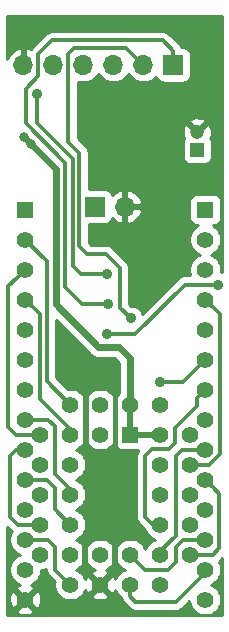
<source format=gbl>
G04 #@! TF.GenerationSoftware,KiCad,Pcbnew,(5.1.0)-1*
G04 #@! TF.CreationDate,2021-03-18T21:23:53+01:00*
G04 #@! TF.ProjectId,Atari TTP and OS,41746172-6920-4545-9450-20616e64204f,rev?*
G04 #@! TF.SameCoordinates,Original*
G04 #@! TF.FileFunction,Copper,L2,Bot*
G04 #@! TF.FilePolarity,Positive*
%FSLAX46Y46*%
G04 Gerber Fmt 4.6, Leading zero omitted, Abs format (unit mm)*
G04 Created by KiCad (PCBNEW (5.1.0)-1) date 2021-03-18 21:23:53*
%MOMM*%
%LPD*%
G04 APERTURE LIST*
%ADD10O,1.700000X1.700000*%
%ADD11R,1.700000X1.700000*%
%ADD12C,1.200000*%
%ADD13R,1.200000X1.200000*%
%ADD14C,1.422400*%
%ADD15R,1.422400X1.422400*%
%ADD16C,0.800000*%
%ADD17C,0.900000*%
%ADD18C,0.609600*%
%ADD19C,0.508000*%
%ADD20C,0.304800*%
%ADD21C,0.406400*%
%ADD22C,0.254000*%
G04 APERTURE END LIST*
D10*
X133070600Y-69621400D03*
D11*
X130530600Y-69621400D03*
D12*
X139192000Y-63320800D03*
D13*
X139192000Y-64820800D03*
D10*
X124485400Y-57632600D03*
X127025400Y-57632600D03*
X129565400Y-57632600D03*
X132105400Y-57632600D03*
X134645400Y-57632600D03*
D11*
X137185400Y-57632600D03*
D14*
X139877800Y-102895400D03*
X139877800Y-100355400D03*
X139877800Y-97815400D03*
X139877800Y-95275400D03*
X139877800Y-92735400D03*
X139877800Y-90195400D03*
X139877800Y-87655400D03*
X139877800Y-85115400D03*
X139877800Y-82575400D03*
X139877800Y-80035400D03*
X139877800Y-77495400D03*
X139877800Y-74955400D03*
X139877800Y-72415400D03*
D15*
X139877800Y-69875400D03*
D14*
X124637800Y-102895400D03*
X124637800Y-100355400D03*
X124637800Y-97815400D03*
X124637800Y-95275400D03*
X124637800Y-92735400D03*
X124637800Y-90195400D03*
X124637800Y-87655400D03*
X124637800Y-85115400D03*
X124637800Y-82575400D03*
X124637800Y-80035400D03*
X124637800Y-77495400D03*
X124637800Y-74955400D03*
X124637800Y-72415400D03*
D15*
X124637800Y-69875400D03*
D14*
X136067800Y-91465400D03*
X136067800Y-94005400D03*
X136067800Y-96545400D03*
X136067800Y-99085400D03*
X138607800Y-91465400D03*
X138607800Y-94005400D03*
X138607800Y-96545400D03*
X138607800Y-99085400D03*
X133527800Y-99085400D03*
X130987800Y-99085400D03*
X136067800Y-101625400D03*
X133527800Y-101625400D03*
X130987800Y-101625400D03*
X128447800Y-101625400D03*
X128447800Y-99085400D03*
X128447800Y-96545400D03*
X128447800Y-94005400D03*
X128447800Y-91465400D03*
X125907800Y-99085400D03*
X125907800Y-96545400D03*
X125907800Y-94005400D03*
X125907800Y-91465400D03*
X125907800Y-88925400D03*
X136067800Y-86385400D03*
X133527800Y-86385400D03*
X128447800Y-86385400D03*
X130987800Y-86385400D03*
X138607800Y-88925400D03*
X136067800Y-88925400D03*
X128447800Y-88925400D03*
X130987800Y-88925400D03*
D15*
X133527800Y-88925400D03*
D16*
X124510800Y-63703200D03*
X125158500Y-64350900D03*
D17*
X131064000Y-93726000D03*
X131064000Y-96520000D03*
X133350000Y-96520000D03*
X123952000Y-54102000D03*
X128016000Y-54102000D03*
X132080000Y-54102000D03*
X136144000Y-54102000D03*
X140462000Y-54102000D03*
X140462000Y-57404000D03*
X133350000Y-60452000D03*
X138176000Y-67310000D03*
X136144000Y-69342000D03*
X133070600Y-72161400D03*
X129184400Y-83362800D03*
X130835400Y-83388200D03*
X127812800Y-81661000D03*
X136017002Y-84455000D03*
X125628400Y-60096400D03*
X131546600Y-75311000D03*
X133553200Y-79095600D03*
X131622800Y-77851000D03*
X140995400Y-76225400D03*
X131546600Y-80391000D03*
D18*
X124910799Y-64103199D02*
X124510800Y-63703200D01*
X125158500Y-64350900D02*
X124910799Y-64103199D01*
D19*
X133527800Y-88925400D02*
X136067800Y-88925400D01*
X133527800Y-86385400D02*
X133527800Y-88925400D01*
D18*
X127228600Y-66421000D02*
X125158500Y-64350900D01*
X127228600Y-77901800D02*
X127228600Y-66421000D01*
X130810000Y-81483200D02*
X127228600Y-77901800D01*
X132537200Y-81483200D02*
X130810000Y-81483200D01*
X133527800Y-86385400D02*
X133527800Y-82473800D01*
X133527800Y-82473800D02*
X132537200Y-81483200D01*
D20*
X131064000Y-93726000D02*
X131064000Y-96520000D01*
X132232400Y-96520000D02*
X133350000Y-96520000D01*
X131064000Y-96520000D02*
X132232400Y-96520000D01*
D19*
X132257800Y-100355400D02*
X130987800Y-101625400D01*
X132232400Y-96520000D02*
X132257800Y-96545400D01*
X132257800Y-96545400D02*
X132257800Y-100355400D01*
X129634399Y-83812799D02*
X129184400Y-83362800D01*
X129743200Y-83921600D02*
X129634399Y-83812799D01*
X129743200Y-89966800D02*
X129743200Y-83921600D01*
X131064000Y-93726000D02*
X131064000Y-91287600D01*
X131064000Y-91287600D02*
X129743200Y-89966800D01*
D21*
X131285399Y-83838199D02*
X130835400Y-83388200D01*
X132232400Y-84785200D02*
X131285399Y-83838199D01*
X131064000Y-93726000D02*
X132232400Y-92557600D01*
X132232400Y-92557600D02*
X132232400Y-84785200D01*
D19*
X130614001Y-96969999D02*
X131064000Y-96520000D01*
X129717800Y-97866200D02*
X130614001Y-96969999D01*
X130987800Y-101625400D02*
X129717800Y-100355400D01*
X129717800Y-100355400D02*
X129717800Y-97866200D01*
D20*
X125643588Y-97815400D02*
X124637800Y-97815400D01*
X126568200Y-97815400D02*
X125643588Y-97815400D01*
X127177800Y-98425000D02*
X126568200Y-97815400D01*
X128447800Y-101625400D02*
X127177800Y-100355400D01*
X127177800Y-100355400D02*
X127177800Y-98425000D01*
X140588999Y-78206599D02*
X139877800Y-77495400D01*
X141097000Y-78714600D02*
X140588999Y-78206599D01*
X141097000Y-90550330D02*
X141097000Y-78714600D01*
X138607800Y-91465400D02*
X140181930Y-91465400D01*
X140181930Y-91465400D02*
X141097000Y-90550330D01*
X126463890Y-92735400D02*
X125643588Y-92735400D01*
X125643588Y-92735400D02*
X124637800Y-92735400D01*
X127152400Y-93423910D02*
X126463890Y-92735400D01*
X127152400Y-95250000D02*
X127152400Y-93423910D01*
X128447800Y-96545400D02*
X127152400Y-95250000D01*
X139877800Y-82575400D02*
X137998200Y-84455000D01*
X137998200Y-84455000D02*
X136653398Y-84455000D01*
X136653398Y-84455000D02*
X136017002Y-84455000D01*
X124587000Y-90246200D02*
X124637800Y-90195400D01*
X123875800Y-90246200D02*
X124587000Y-90246200D01*
X123342400Y-90779600D02*
X123875800Y-90246200D01*
X123342400Y-95885000D02*
X123342400Y-90779600D01*
X125907800Y-96545400D02*
X124002800Y-96545400D01*
X124002800Y-96545400D02*
X123342400Y-95885000D01*
X139166601Y-85826599D02*
X139877800Y-85115400D01*
X137337800Y-88369308D02*
X139166601Y-86540507D01*
X137337800Y-89642328D02*
X137337800Y-88369308D01*
X135458200Y-96545400D02*
X134797800Y-95885000D01*
X134797800Y-95885000D02*
X134797800Y-90779600D01*
X134797800Y-90779600D02*
X135407400Y-90170000D01*
X135407400Y-90170000D02*
X136810128Y-90170000D01*
X136810128Y-90170000D02*
X137337800Y-89642328D01*
X139166601Y-86540507D02*
X139166601Y-85826599D01*
X136067800Y-96545400D02*
X135458200Y-96545400D01*
X125643588Y-87655400D02*
X124637800Y-87655400D01*
X126593600Y-87655400D02*
X125643588Y-87655400D01*
X127177800Y-88239600D02*
X126593600Y-87655400D01*
X127177800Y-92303600D02*
X127177800Y-88239600D01*
X128447800Y-94005400D02*
X128447800Y-93573600D01*
X128447800Y-93573600D02*
X127177800Y-92303600D01*
X138872012Y-90195400D02*
X139877800Y-90195400D01*
X137896600Y-90195400D02*
X138872012Y-90195400D01*
X137363200Y-90728800D02*
X137896600Y-90195400D01*
X137363200Y-97510600D02*
X137363200Y-90728800D01*
X136067800Y-99085400D02*
X136067800Y-98806000D01*
X136067800Y-98806000D02*
X137363200Y-97510600D01*
X140588999Y-93446599D02*
X139877800Y-92735400D01*
X141071600Y-93929200D02*
X140588999Y-93446599D01*
X141071600Y-98552000D02*
X141071600Y-93929200D01*
X138607800Y-99085400D02*
X140538200Y-99085400D01*
X140538200Y-99085400D02*
X141071600Y-98552000D01*
X125348999Y-78206599D02*
X124637800Y-77495400D01*
X125857000Y-78714600D02*
X125348999Y-78206599D01*
X125857000Y-85877400D02*
X125857000Y-78714600D01*
X128447800Y-88925400D02*
X128447800Y-88468200D01*
X128447800Y-88468200D02*
X125857000Y-85877400D01*
X138023600Y-97815400D02*
X139877800Y-97815400D01*
X137363200Y-98475800D02*
X138023600Y-97815400D01*
X137363200Y-99720400D02*
X137363200Y-98475800D01*
X136728200Y-100355400D02*
X137363200Y-99720400D01*
X133527800Y-99085400D02*
X134797800Y-100355400D01*
X134797800Y-100355400D02*
X136728200Y-100355400D01*
X123926601Y-75666599D02*
X124637800Y-74955400D01*
X123215400Y-76377800D02*
X123926601Y-75666599D01*
X123215400Y-88315800D02*
X123215400Y-76377800D01*
X125907800Y-88925400D02*
X123825000Y-88925400D01*
X123825000Y-88925400D02*
X123215400Y-88315800D01*
X139877800Y-100609400D02*
X139877800Y-100355400D01*
X137414000Y-103073200D02*
X139877800Y-100609400D01*
X133969812Y-103073200D02*
X137414000Y-103073200D01*
X133527800Y-101625400D02*
X133527800Y-102631188D01*
X133527800Y-102631188D02*
X133969812Y-103073200D01*
X126441200Y-74218800D02*
X124637800Y-72415400D01*
X128447800Y-86385400D02*
X126441200Y-84378800D01*
X126441200Y-84378800D02*
X126441200Y-74218800D01*
X129336800Y-75311000D02*
X131546600Y-75311000D01*
X129336800Y-75311000D02*
X128651000Y-74625200D01*
X128651000Y-74625200D02*
X128651000Y-65608200D01*
X125628400Y-62585600D02*
X125628400Y-60096400D01*
X128651000Y-65608200D02*
X125628400Y-62585600D01*
X134823200Y-57810400D02*
X134645400Y-57632600D01*
X133197600Y-56184800D02*
X133795401Y-56782601D01*
X128295400Y-64135000D02*
X128295400Y-56692800D01*
X128295400Y-56692800D02*
X128803400Y-56184800D01*
X133553200Y-79095600D02*
X132638800Y-78181200D01*
X132638800Y-78181200D02*
X132638800Y-74828400D01*
X132638800Y-74828400D02*
X131445000Y-73634600D01*
X133795401Y-56782601D02*
X134645400Y-57632600D01*
X129209800Y-65049400D02*
X128295400Y-64135000D01*
X131445000Y-73634600D02*
X129895600Y-73634600D01*
X128803400Y-56184800D02*
X133197600Y-56184800D01*
X129895600Y-73634600D02*
X129209800Y-72948800D01*
X129209800Y-72948800D02*
X129209800Y-65049400D01*
X128041400Y-76428600D02*
X129463800Y-77851000D01*
X124663200Y-62560200D02*
X128041400Y-65938400D01*
X124663200Y-59664600D02*
X124663200Y-62560200D01*
X137185400Y-56477800D02*
X136257400Y-55549800D01*
X129463800Y-77851000D02*
X131622800Y-77851000D01*
X137185400Y-57632600D02*
X137185400Y-56477800D01*
X136257400Y-55549800D02*
X126923800Y-55549800D01*
X126923800Y-55549800D02*
X125755400Y-56718200D01*
X125755400Y-56718200D02*
X125755400Y-58572400D01*
X125755400Y-58572400D02*
X124663200Y-59664600D01*
X128041400Y-65938400D02*
X128041400Y-76428600D01*
X133959600Y-80391000D02*
X131546600Y-80391000D01*
X140995400Y-76225400D02*
X138125200Y-76225400D01*
X138125200Y-76225400D02*
X133959600Y-80391000D01*
D22*
G36*
X123418681Y-97074833D02*
G01*
X123443331Y-97104869D01*
X123473367Y-97129519D01*
X123473370Y-97129522D01*
X123475732Y-97131461D01*
X123444813Y-97177735D01*
X123343333Y-97422728D01*
X123291600Y-97682811D01*
X123291600Y-97947989D01*
X123343333Y-98208072D01*
X123444813Y-98453065D01*
X123592138Y-98673553D01*
X123779647Y-98861062D01*
X124000135Y-99008387D01*
X124186060Y-99085400D01*
X124000135Y-99162413D01*
X123779647Y-99309738D01*
X123592138Y-99497247D01*
X123444813Y-99717735D01*
X123343333Y-99962728D01*
X123291600Y-100222811D01*
X123291600Y-100487989D01*
X123343333Y-100748072D01*
X123444813Y-100993065D01*
X123592138Y-101213553D01*
X123779647Y-101401062D01*
X124000135Y-101548387D01*
X124188400Y-101626369D01*
X124052520Y-101675858D01*
X123948952Y-101731217D01*
X123888132Y-101966127D01*
X124637800Y-102715795D01*
X125387468Y-101966127D01*
X125326648Y-101731217D01*
X125094866Y-101623194D01*
X125275465Y-101548387D01*
X125495953Y-101401062D01*
X125683462Y-101213553D01*
X125830787Y-100993065D01*
X125932267Y-100748072D01*
X125984000Y-100487989D01*
X125984000Y-100431600D01*
X126040389Y-100431600D01*
X126300472Y-100379867D01*
X126387743Y-100343718D01*
X126386592Y-100355400D01*
X126390400Y-100394063D01*
X126390400Y-100394072D01*
X126401794Y-100509756D01*
X126446818Y-100658182D01*
X126519934Y-100794971D01*
X126618331Y-100914869D01*
X126648377Y-100939527D01*
X127118201Y-101409352D01*
X127101600Y-101492811D01*
X127101600Y-101757989D01*
X127153333Y-102018072D01*
X127254813Y-102263065D01*
X127402138Y-102483553D01*
X127589647Y-102671062D01*
X127810135Y-102818387D01*
X128055128Y-102919867D01*
X128315211Y-102971600D01*
X128580389Y-102971600D01*
X128840472Y-102919867D01*
X129085465Y-102818387D01*
X129305953Y-102671062D01*
X129422342Y-102554673D01*
X130238132Y-102554673D01*
X130298952Y-102789583D01*
X130539309Y-102901602D01*
X130796902Y-102964576D01*
X131061830Y-102976087D01*
X131323913Y-102935691D01*
X131573080Y-102844942D01*
X131676648Y-102789583D01*
X131737468Y-102554673D01*
X130987800Y-101805005D01*
X130238132Y-102554673D01*
X129422342Y-102554673D01*
X129493462Y-102483553D01*
X129640787Y-102263065D01*
X129718769Y-102074800D01*
X129768258Y-102210680D01*
X129823617Y-102314248D01*
X130058527Y-102375068D01*
X130808195Y-101625400D01*
X130058527Y-100875732D01*
X129823617Y-100936552D01*
X129715594Y-101168334D01*
X129640787Y-100987735D01*
X129493462Y-100767247D01*
X129305953Y-100579738D01*
X129085465Y-100432413D01*
X128899540Y-100355400D01*
X129085465Y-100278387D01*
X129305953Y-100131062D01*
X129493462Y-99943553D01*
X129640787Y-99723065D01*
X129717800Y-99537140D01*
X129794813Y-99723065D01*
X129942138Y-99943553D01*
X130129647Y-100131062D01*
X130350135Y-100278387D01*
X130538400Y-100356369D01*
X130402520Y-100405858D01*
X130298952Y-100461217D01*
X130238132Y-100696127D01*
X130987800Y-101445795D01*
X131737468Y-100696127D01*
X131676648Y-100461217D01*
X131444866Y-100353194D01*
X131625465Y-100278387D01*
X131845953Y-100131062D01*
X132033462Y-99943553D01*
X132180787Y-99723065D01*
X132257800Y-99537140D01*
X132334813Y-99723065D01*
X132482138Y-99943553D01*
X132669647Y-100131062D01*
X132890135Y-100278387D01*
X133076060Y-100355400D01*
X132890135Y-100432413D01*
X132669647Y-100579738D01*
X132482138Y-100767247D01*
X132334813Y-100987735D01*
X132256831Y-101176000D01*
X132207342Y-101040120D01*
X132151983Y-100936552D01*
X131917073Y-100875732D01*
X131167405Y-101625400D01*
X131917073Y-102375068D01*
X132151983Y-102314248D01*
X132260006Y-102082466D01*
X132334813Y-102263065D01*
X132482138Y-102483553D01*
X132669647Y-102671062D01*
X132745512Y-102721753D01*
X132751795Y-102785545D01*
X132796818Y-102933970D01*
X132847073Y-103027989D01*
X132869935Y-103070760D01*
X132968332Y-103190657D01*
X132998373Y-103215311D01*
X133385688Y-103602627D01*
X133410343Y-103632669D01*
X133530240Y-103731066D01*
X133667029Y-103804182D01*
X133815455Y-103849206D01*
X133931139Y-103860600D01*
X133931148Y-103860600D01*
X133969811Y-103864408D01*
X134008474Y-103860600D01*
X137375337Y-103860600D01*
X137414000Y-103864408D01*
X137452663Y-103860600D01*
X137452673Y-103860600D01*
X137568357Y-103849206D01*
X137716783Y-103804182D01*
X137853572Y-103731066D01*
X137973469Y-103632669D01*
X137998128Y-103602622D01*
X138538429Y-103062321D01*
X138583333Y-103288072D01*
X138684813Y-103533065D01*
X138832138Y-103753553D01*
X139019647Y-103941062D01*
X139240135Y-104088387D01*
X139485128Y-104189867D01*
X139745211Y-104241600D01*
X140010389Y-104241600D01*
X140270472Y-104189867D01*
X140515465Y-104088387D01*
X140735953Y-103941062D01*
X140923462Y-103753553D01*
X141070787Y-103533065D01*
X141172267Y-103288072D01*
X141224000Y-103027989D01*
X141224000Y-102762811D01*
X141172267Y-102502728D01*
X141070787Y-102257735D01*
X140923462Y-102037247D01*
X140735953Y-101849738D01*
X140515465Y-101702413D01*
X140329540Y-101625400D01*
X140515465Y-101548387D01*
X140735953Y-101401062D01*
X140923462Y-101213553D01*
X141070787Y-100993065D01*
X141172267Y-100748072D01*
X141224000Y-100487989D01*
X141224000Y-100222811D01*
X141172267Y-99962728D01*
X141070787Y-99717735D01*
X141048863Y-99684923D01*
X141097669Y-99644869D01*
X141122327Y-99614823D01*
X141326001Y-99411150D01*
X141326001Y-104242000D01*
X124738346Y-104242000D01*
X124973913Y-104205691D01*
X125223080Y-104114942D01*
X125326648Y-104059583D01*
X125387468Y-103824673D01*
X124637800Y-103075005D01*
X123888132Y-103824673D01*
X123948952Y-104059583D01*
X124189309Y-104171602D01*
X124446902Y-104234576D01*
X124617767Y-104242000D01*
X123088000Y-104242000D01*
X123088000Y-102969430D01*
X123287113Y-102969430D01*
X123327509Y-103231513D01*
X123418258Y-103480680D01*
X123473617Y-103584248D01*
X123708527Y-103645068D01*
X124458195Y-102895400D01*
X124817405Y-102895400D01*
X125567073Y-103645068D01*
X125801983Y-103584248D01*
X125914002Y-103343891D01*
X125976976Y-103086298D01*
X125988487Y-102821370D01*
X125948091Y-102559287D01*
X125857342Y-102310120D01*
X125801983Y-102206552D01*
X125567073Y-102145732D01*
X124817405Y-102895400D01*
X124458195Y-102895400D01*
X123708527Y-102145732D01*
X123473617Y-102206552D01*
X123361598Y-102446909D01*
X123298624Y-102704502D01*
X123287113Y-102969430D01*
X123088000Y-102969430D01*
X123088000Y-96744151D01*
X123418681Y-97074833D01*
X123418681Y-97074833D01*
G37*
X123418681Y-97074833D02*
X123443331Y-97104869D01*
X123473367Y-97129519D01*
X123473370Y-97129522D01*
X123475732Y-97131461D01*
X123444813Y-97177735D01*
X123343333Y-97422728D01*
X123291600Y-97682811D01*
X123291600Y-97947989D01*
X123343333Y-98208072D01*
X123444813Y-98453065D01*
X123592138Y-98673553D01*
X123779647Y-98861062D01*
X124000135Y-99008387D01*
X124186060Y-99085400D01*
X124000135Y-99162413D01*
X123779647Y-99309738D01*
X123592138Y-99497247D01*
X123444813Y-99717735D01*
X123343333Y-99962728D01*
X123291600Y-100222811D01*
X123291600Y-100487989D01*
X123343333Y-100748072D01*
X123444813Y-100993065D01*
X123592138Y-101213553D01*
X123779647Y-101401062D01*
X124000135Y-101548387D01*
X124188400Y-101626369D01*
X124052520Y-101675858D01*
X123948952Y-101731217D01*
X123888132Y-101966127D01*
X124637800Y-102715795D01*
X125387468Y-101966127D01*
X125326648Y-101731217D01*
X125094866Y-101623194D01*
X125275465Y-101548387D01*
X125495953Y-101401062D01*
X125683462Y-101213553D01*
X125830787Y-100993065D01*
X125932267Y-100748072D01*
X125984000Y-100487989D01*
X125984000Y-100431600D01*
X126040389Y-100431600D01*
X126300472Y-100379867D01*
X126387743Y-100343718D01*
X126386592Y-100355400D01*
X126390400Y-100394063D01*
X126390400Y-100394072D01*
X126401794Y-100509756D01*
X126446818Y-100658182D01*
X126519934Y-100794971D01*
X126618331Y-100914869D01*
X126648377Y-100939527D01*
X127118201Y-101409352D01*
X127101600Y-101492811D01*
X127101600Y-101757989D01*
X127153333Y-102018072D01*
X127254813Y-102263065D01*
X127402138Y-102483553D01*
X127589647Y-102671062D01*
X127810135Y-102818387D01*
X128055128Y-102919867D01*
X128315211Y-102971600D01*
X128580389Y-102971600D01*
X128840472Y-102919867D01*
X129085465Y-102818387D01*
X129305953Y-102671062D01*
X129422342Y-102554673D01*
X130238132Y-102554673D01*
X130298952Y-102789583D01*
X130539309Y-102901602D01*
X130796902Y-102964576D01*
X131061830Y-102976087D01*
X131323913Y-102935691D01*
X131573080Y-102844942D01*
X131676648Y-102789583D01*
X131737468Y-102554673D01*
X130987800Y-101805005D01*
X130238132Y-102554673D01*
X129422342Y-102554673D01*
X129493462Y-102483553D01*
X129640787Y-102263065D01*
X129718769Y-102074800D01*
X129768258Y-102210680D01*
X129823617Y-102314248D01*
X130058527Y-102375068D01*
X130808195Y-101625400D01*
X130058527Y-100875732D01*
X129823617Y-100936552D01*
X129715594Y-101168334D01*
X129640787Y-100987735D01*
X129493462Y-100767247D01*
X129305953Y-100579738D01*
X129085465Y-100432413D01*
X128899540Y-100355400D01*
X129085465Y-100278387D01*
X129305953Y-100131062D01*
X129493462Y-99943553D01*
X129640787Y-99723065D01*
X129717800Y-99537140D01*
X129794813Y-99723065D01*
X129942138Y-99943553D01*
X130129647Y-100131062D01*
X130350135Y-100278387D01*
X130538400Y-100356369D01*
X130402520Y-100405858D01*
X130298952Y-100461217D01*
X130238132Y-100696127D01*
X130987800Y-101445795D01*
X131737468Y-100696127D01*
X131676648Y-100461217D01*
X131444866Y-100353194D01*
X131625465Y-100278387D01*
X131845953Y-100131062D01*
X132033462Y-99943553D01*
X132180787Y-99723065D01*
X132257800Y-99537140D01*
X132334813Y-99723065D01*
X132482138Y-99943553D01*
X132669647Y-100131062D01*
X132890135Y-100278387D01*
X133076060Y-100355400D01*
X132890135Y-100432413D01*
X132669647Y-100579738D01*
X132482138Y-100767247D01*
X132334813Y-100987735D01*
X132256831Y-101176000D01*
X132207342Y-101040120D01*
X132151983Y-100936552D01*
X131917073Y-100875732D01*
X131167405Y-101625400D01*
X131917073Y-102375068D01*
X132151983Y-102314248D01*
X132260006Y-102082466D01*
X132334813Y-102263065D01*
X132482138Y-102483553D01*
X132669647Y-102671062D01*
X132745512Y-102721753D01*
X132751795Y-102785545D01*
X132796818Y-102933970D01*
X132847073Y-103027989D01*
X132869935Y-103070760D01*
X132968332Y-103190657D01*
X132998373Y-103215311D01*
X133385688Y-103602627D01*
X133410343Y-103632669D01*
X133530240Y-103731066D01*
X133667029Y-103804182D01*
X133815455Y-103849206D01*
X133931139Y-103860600D01*
X133931148Y-103860600D01*
X133969811Y-103864408D01*
X134008474Y-103860600D01*
X137375337Y-103860600D01*
X137414000Y-103864408D01*
X137452663Y-103860600D01*
X137452673Y-103860600D01*
X137568357Y-103849206D01*
X137716783Y-103804182D01*
X137853572Y-103731066D01*
X137973469Y-103632669D01*
X137998128Y-103602622D01*
X138538429Y-103062321D01*
X138583333Y-103288072D01*
X138684813Y-103533065D01*
X138832138Y-103753553D01*
X139019647Y-103941062D01*
X139240135Y-104088387D01*
X139485128Y-104189867D01*
X139745211Y-104241600D01*
X140010389Y-104241600D01*
X140270472Y-104189867D01*
X140515465Y-104088387D01*
X140735953Y-103941062D01*
X140923462Y-103753553D01*
X141070787Y-103533065D01*
X141172267Y-103288072D01*
X141224000Y-103027989D01*
X141224000Y-102762811D01*
X141172267Y-102502728D01*
X141070787Y-102257735D01*
X140923462Y-102037247D01*
X140735953Y-101849738D01*
X140515465Y-101702413D01*
X140329540Y-101625400D01*
X140515465Y-101548387D01*
X140735953Y-101401062D01*
X140923462Y-101213553D01*
X141070787Y-100993065D01*
X141172267Y-100748072D01*
X141224000Y-100487989D01*
X141224000Y-100222811D01*
X141172267Y-99962728D01*
X141070787Y-99717735D01*
X141048863Y-99684923D01*
X141097669Y-99644869D01*
X141122327Y-99614823D01*
X141326001Y-99411150D01*
X141326001Y-104242000D01*
X124738346Y-104242000D01*
X124973913Y-104205691D01*
X125223080Y-104114942D01*
X125326648Y-104059583D01*
X125387468Y-103824673D01*
X124637800Y-103075005D01*
X123888132Y-103824673D01*
X123948952Y-104059583D01*
X124189309Y-104171602D01*
X124446902Y-104234576D01*
X124617767Y-104242000D01*
X123088000Y-104242000D01*
X123088000Y-102969430D01*
X123287113Y-102969430D01*
X123327509Y-103231513D01*
X123418258Y-103480680D01*
X123473617Y-103584248D01*
X123708527Y-103645068D01*
X124458195Y-102895400D01*
X124817405Y-102895400D01*
X125567073Y-103645068D01*
X125801983Y-103584248D01*
X125914002Y-103343891D01*
X125976976Y-103086298D01*
X125988487Y-102821370D01*
X125948091Y-102559287D01*
X125857342Y-102310120D01*
X125801983Y-102206552D01*
X125567073Y-102145732D01*
X124817405Y-102895400D01*
X124458195Y-102895400D01*
X123708527Y-102145732D01*
X123473617Y-102206552D01*
X123361598Y-102446909D01*
X123298624Y-102704502D01*
X123287113Y-102969430D01*
X123088000Y-102969430D01*
X123088000Y-96744151D01*
X123418681Y-97074833D01*
G36*
X129794813Y-89563065D02*
G01*
X129942138Y-89783553D01*
X130129647Y-89971062D01*
X130350135Y-90118387D01*
X130595128Y-90219867D01*
X130855211Y-90271600D01*
X131120389Y-90271600D01*
X131380472Y-90219867D01*
X131625465Y-90118387D01*
X131845953Y-89971062D01*
X132033462Y-89783553D01*
X132178528Y-89566446D01*
X132178528Y-89636600D01*
X132190788Y-89761082D01*
X132227098Y-89880780D01*
X132286063Y-89991094D01*
X132365415Y-90087785D01*
X132462106Y-90167137D01*
X132572420Y-90226102D01*
X132692118Y-90262412D01*
X132816600Y-90274672D01*
X134193571Y-90274672D01*
X134139935Y-90340028D01*
X134066818Y-90476818D01*
X134021795Y-90625243D01*
X134006592Y-90779600D01*
X134010401Y-90818273D01*
X134010400Y-95846337D01*
X134006592Y-95885000D01*
X134010400Y-95923663D01*
X134010400Y-95923672D01*
X134021794Y-96039356D01*
X134066818Y-96187782D01*
X134139934Y-96324571D01*
X134238331Y-96444469D01*
X134268377Y-96469127D01*
X134798798Y-96999550D01*
X134874813Y-97183065D01*
X135022138Y-97403553D01*
X135209647Y-97591062D01*
X135430135Y-97738387D01*
X135616060Y-97815400D01*
X135430135Y-97892413D01*
X135209647Y-98039738D01*
X135022138Y-98227247D01*
X134874813Y-98447735D01*
X134797800Y-98633660D01*
X134720787Y-98447735D01*
X134573462Y-98227247D01*
X134385953Y-98039738D01*
X134165465Y-97892413D01*
X133920472Y-97790933D01*
X133660389Y-97739200D01*
X133395211Y-97739200D01*
X133135128Y-97790933D01*
X132890135Y-97892413D01*
X132669647Y-98039738D01*
X132482138Y-98227247D01*
X132334813Y-98447735D01*
X132257800Y-98633660D01*
X132180787Y-98447735D01*
X132033462Y-98227247D01*
X131845953Y-98039738D01*
X131625465Y-97892413D01*
X131380472Y-97790933D01*
X131120389Y-97739200D01*
X130855211Y-97739200D01*
X130595128Y-97790933D01*
X130350135Y-97892413D01*
X130129647Y-98039738D01*
X129942138Y-98227247D01*
X129794813Y-98447735D01*
X129717800Y-98633660D01*
X129640787Y-98447735D01*
X129493462Y-98227247D01*
X129305953Y-98039738D01*
X129085465Y-97892413D01*
X128899540Y-97815400D01*
X129085465Y-97738387D01*
X129305953Y-97591062D01*
X129493462Y-97403553D01*
X129640787Y-97183065D01*
X129742267Y-96938072D01*
X129794000Y-96677989D01*
X129794000Y-96412811D01*
X129742267Y-96152728D01*
X129640787Y-95907735D01*
X129493462Y-95687247D01*
X129305953Y-95499738D01*
X129085465Y-95352413D01*
X128899540Y-95275400D01*
X129085465Y-95198387D01*
X129305953Y-95051062D01*
X129493462Y-94863553D01*
X129640787Y-94643065D01*
X129742267Y-94398072D01*
X129794000Y-94137989D01*
X129794000Y-93872811D01*
X129742267Y-93612728D01*
X129640787Y-93367735D01*
X129493462Y-93147247D01*
X129305953Y-92959738D01*
X129085465Y-92812413D01*
X128899540Y-92735400D01*
X129085465Y-92658387D01*
X129305953Y-92511062D01*
X129493462Y-92323553D01*
X129640787Y-92103065D01*
X129742267Y-91858072D01*
X129794000Y-91597989D01*
X129794000Y-91332811D01*
X129742267Y-91072728D01*
X129640787Y-90827735D01*
X129493462Y-90607247D01*
X129305953Y-90419738D01*
X129085465Y-90272413D01*
X128899540Y-90195400D01*
X129085465Y-90118387D01*
X129305953Y-89971062D01*
X129493462Y-89783553D01*
X129640787Y-89563065D01*
X129717800Y-89377140D01*
X129794813Y-89563065D01*
X129794813Y-89563065D01*
G37*
X129794813Y-89563065D02*
X129942138Y-89783553D01*
X130129647Y-89971062D01*
X130350135Y-90118387D01*
X130595128Y-90219867D01*
X130855211Y-90271600D01*
X131120389Y-90271600D01*
X131380472Y-90219867D01*
X131625465Y-90118387D01*
X131845953Y-89971062D01*
X132033462Y-89783553D01*
X132178528Y-89566446D01*
X132178528Y-89636600D01*
X132190788Y-89761082D01*
X132227098Y-89880780D01*
X132286063Y-89991094D01*
X132365415Y-90087785D01*
X132462106Y-90167137D01*
X132572420Y-90226102D01*
X132692118Y-90262412D01*
X132816600Y-90274672D01*
X134193571Y-90274672D01*
X134139935Y-90340028D01*
X134066818Y-90476818D01*
X134021795Y-90625243D01*
X134006592Y-90779600D01*
X134010401Y-90818273D01*
X134010400Y-95846337D01*
X134006592Y-95885000D01*
X134010400Y-95923663D01*
X134010400Y-95923672D01*
X134021794Y-96039356D01*
X134066818Y-96187782D01*
X134139934Y-96324571D01*
X134238331Y-96444469D01*
X134268377Y-96469127D01*
X134798798Y-96999550D01*
X134874813Y-97183065D01*
X135022138Y-97403553D01*
X135209647Y-97591062D01*
X135430135Y-97738387D01*
X135616060Y-97815400D01*
X135430135Y-97892413D01*
X135209647Y-98039738D01*
X135022138Y-98227247D01*
X134874813Y-98447735D01*
X134797800Y-98633660D01*
X134720787Y-98447735D01*
X134573462Y-98227247D01*
X134385953Y-98039738D01*
X134165465Y-97892413D01*
X133920472Y-97790933D01*
X133660389Y-97739200D01*
X133395211Y-97739200D01*
X133135128Y-97790933D01*
X132890135Y-97892413D01*
X132669647Y-98039738D01*
X132482138Y-98227247D01*
X132334813Y-98447735D01*
X132257800Y-98633660D01*
X132180787Y-98447735D01*
X132033462Y-98227247D01*
X131845953Y-98039738D01*
X131625465Y-97892413D01*
X131380472Y-97790933D01*
X131120389Y-97739200D01*
X130855211Y-97739200D01*
X130595128Y-97790933D01*
X130350135Y-97892413D01*
X130129647Y-98039738D01*
X129942138Y-98227247D01*
X129794813Y-98447735D01*
X129717800Y-98633660D01*
X129640787Y-98447735D01*
X129493462Y-98227247D01*
X129305953Y-98039738D01*
X129085465Y-97892413D01*
X128899540Y-97815400D01*
X129085465Y-97738387D01*
X129305953Y-97591062D01*
X129493462Y-97403553D01*
X129640787Y-97183065D01*
X129742267Y-96938072D01*
X129794000Y-96677989D01*
X129794000Y-96412811D01*
X129742267Y-96152728D01*
X129640787Y-95907735D01*
X129493462Y-95687247D01*
X129305953Y-95499738D01*
X129085465Y-95352413D01*
X128899540Y-95275400D01*
X129085465Y-95198387D01*
X129305953Y-95051062D01*
X129493462Y-94863553D01*
X129640787Y-94643065D01*
X129742267Y-94398072D01*
X129794000Y-94137989D01*
X129794000Y-93872811D01*
X129742267Y-93612728D01*
X129640787Y-93367735D01*
X129493462Y-93147247D01*
X129305953Y-92959738D01*
X129085465Y-92812413D01*
X128899540Y-92735400D01*
X129085465Y-92658387D01*
X129305953Y-92511062D01*
X129493462Y-92323553D01*
X129640787Y-92103065D01*
X129742267Y-91858072D01*
X129794000Y-91597989D01*
X129794000Y-91332811D01*
X129742267Y-91072728D01*
X129640787Y-90827735D01*
X129493462Y-90607247D01*
X129305953Y-90419738D01*
X129085465Y-90272413D01*
X128899540Y-90195400D01*
X129085465Y-90118387D01*
X129305953Y-89971062D01*
X129493462Y-89783553D01*
X129640787Y-89563065D01*
X129717800Y-89377140D01*
X129794813Y-89563065D01*
G36*
X130112818Y-82115096D02*
G01*
X130142246Y-82150954D01*
X130178104Y-82180382D01*
X130178105Y-82180383D01*
X130231567Y-82224258D01*
X130285349Y-82268396D01*
X130448614Y-82355663D01*
X130625767Y-82409402D01*
X130763833Y-82423000D01*
X130763842Y-82423000D01*
X130809999Y-82427546D01*
X130856156Y-82423000D01*
X132147924Y-82423000D01*
X132588001Y-82863078D01*
X132588000Y-85421385D01*
X132482138Y-85527247D01*
X132334813Y-85747735D01*
X132257800Y-85933660D01*
X132180787Y-85747735D01*
X132033462Y-85527247D01*
X131845953Y-85339738D01*
X131625465Y-85192413D01*
X131380472Y-85090933D01*
X131120389Y-85039200D01*
X130855211Y-85039200D01*
X130595128Y-85090933D01*
X130350135Y-85192413D01*
X130129647Y-85339738D01*
X129942138Y-85527247D01*
X129794813Y-85747735D01*
X129717800Y-85933660D01*
X129640787Y-85747735D01*
X129493462Y-85527247D01*
X129305953Y-85339738D01*
X129085465Y-85192413D01*
X128840472Y-85090933D01*
X128580389Y-85039200D01*
X128315211Y-85039200D01*
X128231752Y-85055801D01*
X127228600Y-84052650D01*
X127228600Y-79230876D01*
X130112818Y-82115096D01*
X130112818Y-82115096D01*
G37*
X130112818Y-82115096D02*
X130142246Y-82150954D01*
X130178104Y-82180382D01*
X130178105Y-82180383D01*
X130231567Y-82224258D01*
X130285349Y-82268396D01*
X130448614Y-82355663D01*
X130625767Y-82409402D01*
X130763833Y-82423000D01*
X130763842Y-82423000D01*
X130809999Y-82427546D01*
X130856156Y-82423000D01*
X132147924Y-82423000D01*
X132588001Y-82863078D01*
X132588000Y-85421385D01*
X132482138Y-85527247D01*
X132334813Y-85747735D01*
X132257800Y-85933660D01*
X132180787Y-85747735D01*
X132033462Y-85527247D01*
X131845953Y-85339738D01*
X131625465Y-85192413D01*
X131380472Y-85090933D01*
X131120389Y-85039200D01*
X130855211Y-85039200D01*
X130595128Y-85090933D01*
X130350135Y-85192413D01*
X130129647Y-85339738D01*
X129942138Y-85527247D01*
X129794813Y-85747735D01*
X129717800Y-85933660D01*
X129640787Y-85747735D01*
X129493462Y-85527247D01*
X129305953Y-85339738D01*
X129085465Y-85192413D01*
X128840472Y-85090933D01*
X128580389Y-85039200D01*
X128315211Y-85039200D01*
X128231752Y-85055801D01*
X127228600Y-84052650D01*
X127228600Y-79230876D01*
X130112818Y-82115096D01*
G36*
X141326000Y-75187944D02*
G01*
X141311883Y-75182096D01*
X141209338Y-75161699D01*
X141224000Y-75087989D01*
X141224000Y-74822811D01*
X141172267Y-74562728D01*
X141070787Y-74317735D01*
X140923462Y-74097247D01*
X140735953Y-73909738D01*
X140515465Y-73762413D01*
X140329540Y-73685400D01*
X140515465Y-73608387D01*
X140735953Y-73461062D01*
X140923462Y-73273553D01*
X141070787Y-73053065D01*
X141172267Y-72808072D01*
X141224000Y-72547989D01*
X141224000Y-72282811D01*
X141172267Y-72022728D01*
X141070787Y-71777735D01*
X140923462Y-71557247D01*
X140735953Y-71369738D01*
X140518846Y-71224672D01*
X140589000Y-71224672D01*
X140713482Y-71212412D01*
X140833180Y-71176102D01*
X140943494Y-71117137D01*
X141040185Y-71037785D01*
X141119537Y-70941094D01*
X141178502Y-70830780D01*
X141214812Y-70711082D01*
X141227072Y-70586600D01*
X141227072Y-69164200D01*
X141214812Y-69039718D01*
X141178502Y-68920020D01*
X141119537Y-68809706D01*
X141040185Y-68713015D01*
X140943494Y-68633663D01*
X140833180Y-68574698D01*
X140713482Y-68538388D01*
X140589000Y-68526128D01*
X139166600Y-68526128D01*
X139042118Y-68538388D01*
X138922420Y-68574698D01*
X138812106Y-68633663D01*
X138715415Y-68713015D01*
X138636063Y-68809706D01*
X138577098Y-68920020D01*
X138540788Y-69039718D01*
X138528528Y-69164200D01*
X138528528Y-70586600D01*
X138540788Y-70711082D01*
X138577098Y-70830780D01*
X138636063Y-70941094D01*
X138715415Y-71037785D01*
X138812106Y-71117137D01*
X138922420Y-71176102D01*
X139042118Y-71212412D01*
X139166600Y-71224672D01*
X139236754Y-71224672D01*
X139019647Y-71369738D01*
X138832138Y-71557247D01*
X138684813Y-71777735D01*
X138583333Y-72022728D01*
X138531600Y-72282811D01*
X138531600Y-72547989D01*
X138583333Y-72808072D01*
X138684813Y-73053065D01*
X138832138Y-73273553D01*
X139019647Y-73461062D01*
X139240135Y-73608387D01*
X139426060Y-73685400D01*
X139240135Y-73762413D01*
X139019647Y-73909738D01*
X138832138Y-74097247D01*
X138684813Y-74317735D01*
X138583333Y-74562728D01*
X138531600Y-74822811D01*
X138531600Y-75087989D01*
X138583333Y-75348072D01*
X138620583Y-75438000D01*
X138163862Y-75438000D01*
X138125199Y-75434192D01*
X138086536Y-75438000D01*
X138086527Y-75438000D01*
X137970843Y-75449394D01*
X137822417Y-75494418D01*
X137685628Y-75567534D01*
X137565731Y-75665931D01*
X137541077Y-75695972D01*
X134555918Y-78681132D01*
X134514715Y-78581660D01*
X134395975Y-78403953D01*
X134244847Y-78252825D01*
X134067140Y-78134085D01*
X133869683Y-78052296D01*
X133660063Y-78010600D01*
X133581750Y-78010600D01*
X133426200Y-77855050D01*
X133426200Y-74867062D01*
X133430008Y-74828399D01*
X133426200Y-74789736D01*
X133426200Y-74789727D01*
X133414806Y-74674043D01*
X133369782Y-74525617D01*
X133296666Y-74388828D01*
X133242165Y-74322418D01*
X133222921Y-74298969D01*
X133222919Y-74298967D01*
X133198269Y-74268931D01*
X133168233Y-74244281D01*
X132029127Y-73105177D01*
X132004469Y-73075131D01*
X131884572Y-72976734D01*
X131747783Y-72903618D01*
X131599357Y-72858594D01*
X131483673Y-72847200D01*
X131483663Y-72847200D01*
X131445000Y-72843392D01*
X131406337Y-72847200D01*
X130221751Y-72847200D01*
X129997200Y-72622649D01*
X129997200Y-71109472D01*
X131380600Y-71109472D01*
X131505082Y-71097212D01*
X131624780Y-71060902D01*
X131735094Y-71001937D01*
X131831785Y-70922585D01*
X131911137Y-70825894D01*
X131970102Y-70715580D01*
X131994566Y-70634934D01*
X132070331Y-70718988D01*
X132303680Y-70893041D01*
X132566501Y-71018225D01*
X132713710Y-71062876D01*
X132943600Y-70941555D01*
X132943600Y-69748400D01*
X133197600Y-69748400D01*
X133197600Y-70941555D01*
X133427490Y-71062876D01*
X133574699Y-71018225D01*
X133837520Y-70893041D01*
X134070869Y-70718988D01*
X134265778Y-70502755D01*
X134414757Y-70252652D01*
X134512081Y-69978291D01*
X134391414Y-69748400D01*
X133197600Y-69748400D01*
X132943600Y-69748400D01*
X132923600Y-69748400D01*
X132923600Y-69494400D01*
X132943600Y-69494400D01*
X132943600Y-68301245D01*
X133197600Y-68301245D01*
X133197600Y-69494400D01*
X134391414Y-69494400D01*
X134512081Y-69264509D01*
X134414757Y-68990148D01*
X134265778Y-68740045D01*
X134070869Y-68523812D01*
X133837520Y-68349759D01*
X133574699Y-68224575D01*
X133427490Y-68179924D01*
X133197600Y-68301245D01*
X132943600Y-68301245D01*
X132713710Y-68179924D01*
X132566501Y-68224575D01*
X132303680Y-68349759D01*
X132070331Y-68523812D01*
X131994566Y-68607866D01*
X131970102Y-68527220D01*
X131911137Y-68416906D01*
X131831785Y-68320215D01*
X131735094Y-68240863D01*
X131624780Y-68181898D01*
X131505082Y-68145588D01*
X131380600Y-68133328D01*
X129997200Y-68133328D01*
X129997200Y-65088063D01*
X130001008Y-65049400D01*
X129997200Y-65010737D01*
X129997200Y-65010727D01*
X129985806Y-64895043D01*
X129940782Y-64746617D01*
X129896851Y-64664429D01*
X129867666Y-64609827D01*
X129793921Y-64519970D01*
X129769269Y-64489931D01*
X129739228Y-64465277D01*
X129082800Y-63808850D01*
X129082800Y-63399238D01*
X137953505Y-63399238D01*
X137992605Y-63639349D01*
X138072451Y-63852917D01*
X138061463Y-63866306D01*
X138002498Y-63976620D01*
X137966188Y-64096318D01*
X137953928Y-64220800D01*
X137953928Y-65420800D01*
X137966188Y-65545282D01*
X138002498Y-65664980D01*
X138061463Y-65775294D01*
X138140815Y-65871985D01*
X138237506Y-65951337D01*
X138347820Y-66010302D01*
X138467518Y-66046612D01*
X138592000Y-66058872D01*
X139792000Y-66058872D01*
X139916482Y-66046612D01*
X140036180Y-66010302D01*
X140146494Y-65951337D01*
X140243185Y-65871985D01*
X140322537Y-65775294D01*
X140381502Y-65664980D01*
X140417812Y-65545282D01*
X140430072Y-65420800D01*
X140430072Y-64220800D01*
X140417812Y-64096318D01*
X140381502Y-63976620D01*
X140322537Y-63866306D01*
X140308432Y-63849119D01*
X140366237Y-63722284D01*
X140422000Y-63485487D01*
X140430495Y-63242362D01*
X140391395Y-63002251D01*
X140306202Y-62774382D01*
X140265348Y-62697948D01*
X140041764Y-62650641D01*
X139371605Y-63320800D01*
X139385748Y-63334943D01*
X139206143Y-63514548D01*
X139192000Y-63500405D01*
X139177858Y-63514548D01*
X138998253Y-63334943D01*
X139012395Y-63320800D01*
X138342236Y-62650641D01*
X138118652Y-62697948D01*
X138017763Y-62919316D01*
X137962000Y-63156113D01*
X137953505Y-63399238D01*
X129082800Y-63399238D01*
X129082800Y-62471036D01*
X138521841Y-62471036D01*
X139192000Y-63141195D01*
X139862159Y-62471036D01*
X139814852Y-62247452D01*
X139593484Y-62146563D01*
X139356687Y-62090800D01*
X139113562Y-62082305D01*
X138873451Y-62121405D01*
X138645582Y-62206598D01*
X138569148Y-62247452D01*
X138521841Y-62471036D01*
X129082800Y-62471036D01*
X129082800Y-59038025D01*
X129274289Y-59096113D01*
X129492450Y-59117600D01*
X129638350Y-59117600D01*
X129856511Y-59096113D01*
X130136434Y-59011199D01*
X130394414Y-58873306D01*
X130620534Y-58687734D01*
X130806106Y-58461614D01*
X130835400Y-58406809D01*
X130864694Y-58461614D01*
X131050266Y-58687734D01*
X131276386Y-58873306D01*
X131534366Y-59011199D01*
X131814289Y-59096113D01*
X132032450Y-59117600D01*
X132178350Y-59117600D01*
X132396511Y-59096113D01*
X132676434Y-59011199D01*
X132934414Y-58873306D01*
X133160534Y-58687734D01*
X133346106Y-58461614D01*
X133375400Y-58406809D01*
X133404694Y-58461614D01*
X133590266Y-58687734D01*
X133816386Y-58873306D01*
X134074366Y-59011199D01*
X134354289Y-59096113D01*
X134572450Y-59117600D01*
X134718350Y-59117600D01*
X134936511Y-59096113D01*
X135216434Y-59011199D01*
X135474414Y-58873306D01*
X135700534Y-58687734D01*
X135725007Y-58657913D01*
X135745898Y-58726780D01*
X135804863Y-58837094D01*
X135884215Y-58933785D01*
X135980906Y-59013137D01*
X136091220Y-59072102D01*
X136210918Y-59108412D01*
X136335400Y-59120672D01*
X138035400Y-59120672D01*
X138159882Y-59108412D01*
X138279580Y-59072102D01*
X138389894Y-59013137D01*
X138486585Y-58933785D01*
X138565937Y-58837094D01*
X138624902Y-58726780D01*
X138661212Y-58607082D01*
X138673472Y-58482600D01*
X138673472Y-56782600D01*
X138661212Y-56658118D01*
X138624902Y-56538420D01*
X138565937Y-56428106D01*
X138486585Y-56331415D01*
X138389894Y-56252063D01*
X138279580Y-56193098D01*
X138159882Y-56156788D01*
X138035400Y-56144528D01*
X137900085Y-56144528D01*
X137843266Y-56038228D01*
X137817306Y-56006596D01*
X137769521Y-55948369D01*
X137769519Y-55948367D01*
X137744869Y-55918331D01*
X137714833Y-55893681D01*
X136841527Y-55020377D01*
X136816869Y-54990331D01*
X136696972Y-54891934D01*
X136560183Y-54818818D01*
X136411757Y-54773794D01*
X136296073Y-54762400D01*
X136296063Y-54762400D01*
X136257400Y-54758592D01*
X136218737Y-54762400D01*
X126962462Y-54762400D01*
X126923799Y-54758592D01*
X126885136Y-54762400D01*
X126885127Y-54762400D01*
X126769443Y-54773794D01*
X126621017Y-54818818D01*
X126484228Y-54891934D01*
X126484226Y-54891935D01*
X126484227Y-54891935D01*
X126394369Y-54965679D01*
X126394367Y-54965681D01*
X126364331Y-54990331D01*
X126339681Y-55020367D01*
X125225977Y-56134073D01*
X125195931Y-56158731D01*
X125097534Y-56278629D01*
X125093868Y-56285487D01*
X124989499Y-56235775D01*
X124842290Y-56191124D01*
X124612400Y-56312445D01*
X124612400Y-57505600D01*
X124632400Y-57505600D01*
X124632400Y-57759600D01*
X124612400Y-57759600D01*
X124612400Y-57779600D01*
X124358400Y-57779600D01*
X124358400Y-57759600D01*
X124338400Y-57759600D01*
X124338400Y-57505600D01*
X124358400Y-57505600D01*
X124358400Y-56312445D01*
X124128510Y-56191124D01*
X123981301Y-56235775D01*
X123718480Y-56360959D01*
X123485131Y-56535012D01*
X123290222Y-56751245D01*
X123141243Y-57001348D01*
X123088000Y-57151443D01*
X123088000Y-53492000D01*
X141326000Y-53492000D01*
X141326000Y-75187944D01*
X141326000Y-75187944D01*
G37*
X141326000Y-75187944D02*
X141311883Y-75182096D01*
X141209338Y-75161699D01*
X141224000Y-75087989D01*
X141224000Y-74822811D01*
X141172267Y-74562728D01*
X141070787Y-74317735D01*
X140923462Y-74097247D01*
X140735953Y-73909738D01*
X140515465Y-73762413D01*
X140329540Y-73685400D01*
X140515465Y-73608387D01*
X140735953Y-73461062D01*
X140923462Y-73273553D01*
X141070787Y-73053065D01*
X141172267Y-72808072D01*
X141224000Y-72547989D01*
X141224000Y-72282811D01*
X141172267Y-72022728D01*
X141070787Y-71777735D01*
X140923462Y-71557247D01*
X140735953Y-71369738D01*
X140518846Y-71224672D01*
X140589000Y-71224672D01*
X140713482Y-71212412D01*
X140833180Y-71176102D01*
X140943494Y-71117137D01*
X141040185Y-71037785D01*
X141119537Y-70941094D01*
X141178502Y-70830780D01*
X141214812Y-70711082D01*
X141227072Y-70586600D01*
X141227072Y-69164200D01*
X141214812Y-69039718D01*
X141178502Y-68920020D01*
X141119537Y-68809706D01*
X141040185Y-68713015D01*
X140943494Y-68633663D01*
X140833180Y-68574698D01*
X140713482Y-68538388D01*
X140589000Y-68526128D01*
X139166600Y-68526128D01*
X139042118Y-68538388D01*
X138922420Y-68574698D01*
X138812106Y-68633663D01*
X138715415Y-68713015D01*
X138636063Y-68809706D01*
X138577098Y-68920020D01*
X138540788Y-69039718D01*
X138528528Y-69164200D01*
X138528528Y-70586600D01*
X138540788Y-70711082D01*
X138577098Y-70830780D01*
X138636063Y-70941094D01*
X138715415Y-71037785D01*
X138812106Y-71117137D01*
X138922420Y-71176102D01*
X139042118Y-71212412D01*
X139166600Y-71224672D01*
X139236754Y-71224672D01*
X139019647Y-71369738D01*
X138832138Y-71557247D01*
X138684813Y-71777735D01*
X138583333Y-72022728D01*
X138531600Y-72282811D01*
X138531600Y-72547989D01*
X138583333Y-72808072D01*
X138684813Y-73053065D01*
X138832138Y-73273553D01*
X139019647Y-73461062D01*
X139240135Y-73608387D01*
X139426060Y-73685400D01*
X139240135Y-73762413D01*
X139019647Y-73909738D01*
X138832138Y-74097247D01*
X138684813Y-74317735D01*
X138583333Y-74562728D01*
X138531600Y-74822811D01*
X138531600Y-75087989D01*
X138583333Y-75348072D01*
X138620583Y-75438000D01*
X138163862Y-75438000D01*
X138125199Y-75434192D01*
X138086536Y-75438000D01*
X138086527Y-75438000D01*
X137970843Y-75449394D01*
X137822417Y-75494418D01*
X137685628Y-75567534D01*
X137565731Y-75665931D01*
X137541077Y-75695972D01*
X134555918Y-78681132D01*
X134514715Y-78581660D01*
X134395975Y-78403953D01*
X134244847Y-78252825D01*
X134067140Y-78134085D01*
X133869683Y-78052296D01*
X133660063Y-78010600D01*
X133581750Y-78010600D01*
X133426200Y-77855050D01*
X133426200Y-74867062D01*
X133430008Y-74828399D01*
X133426200Y-74789736D01*
X133426200Y-74789727D01*
X133414806Y-74674043D01*
X133369782Y-74525617D01*
X133296666Y-74388828D01*
X133242165Y-74322418D01*
X133222921Y-74298969D01*
X133222919Y-74298967D01*
X133198269Y-74268931D01*
X133168233Y-74244281D01*
X132029127Y-73105177D01*
X132004469Y-73075131D01*
X131884572Y-72976734D01*
X131747783Y-72903618D01*
X131599357Y-72858594D01*
X131483673Y-72847200D01*
X131483663Y-72847200D01*
X131445000Y-72843392D01*
X131406337Y-72847200D01*
X130221751Y-72847200D01*
X129997200Y-72622649D01*
X129997200Y-71109472D01*
X131380600Y-71109472D01*
X131505082Y-71097212D01*
X131624780Y-71060902D01*
X131735094Y-71001937D01*
X131831785Y-70922585D01*
X131911137Y-70825894D01*
X131970102Y-70715580D01*
X131994566Y-70634934D01*
X132070331Y-70718988D01*
X132303680Y-70893041D01*
X132566501Y-71018225D01*
X132713710Y-71062876D01*
X132943600Y-70941555D01*
X132943600Y-69748400D01*
X133197600Y-69748400D01*
X133197600Y-70941555D01*
X133427490Y-71062876D01*
X133574699Y-71018225D01*
X133837520Y-70893041D01*
X134070869Y-70718988D01*
X134265778Y-70502755D01*
X134414757Y-70252652D01*
X134512081Y-69978291D01*
X134391414Y-69748400D01*
X133197600Y-69748400D01*
X132943600Y-69748400D01*
X132923600Y-69748400D01*
X132923600Y-69494400D01*
X132943600Y-69494400D01*
X132943600Y-68301245D01*
X133197600Y-68301245D01*
X133197600Y-69494400D01*
X134391414Y-69494400D01*
X134512081Y-69264509D01*
X134414757Y-68990148D01*
X134265778Y-68740045D01*
X134070869Y-68523812D01*
X133837520Y-68349759D01*
X133574699Y-68224575D01*
X133427490Y-68179924D01*
X133197600Y-68301245D01*
X132943600Y-68301245D01*
X132713710Y-68179924D01*
X132566501Y-68224575D01*
X132303680Y-68349759D01*
X132070331Y-68523812D01*
X131994566Y-68607866D01*
X131970102Y-68527220D01*
X131911137Y-68416906D01*
X131831785Y-68320215D01*
X131735094Y-68240863D01*
X131624780Y-68181898D01*
X131505082Y-68145588D01*
X131380600Y-68133328D01*
X129997200Y-68133328D01*
X129997200Y-65088063D01*
X130001008Y-65049400D01*
X129997200Y-65010737D01*
X129997200Y-65010727D01*
X129985806Y-64895043D01*
X129940782Y-64746617D01*
X129896851Y-64664429D01*
X129867666Y-64609827D01*
X129793921Y-64519970D01*
X129769269Y-64489931D01*
X129739228Y-64465277D01*
X129082800Y-63808850D01*
X129082800Y-63399238D01*
X137953505Y-63399238D01*
X137992605Y-63639349D01*
X138072451Y-63852917D01*
X138061463Y-63866306D01*
X138002498Y-63976620D01*
X137966188Y-64096318D01*
X137953928Y-64220800D01*
X137953928Y-65420800D01*
X137966188Y-65545282D01*
X138002498Y-65664980D01*
X138061463Y-65775294D01*
X138140815Y-65871985D01*
X138237506Y-65951337D01*
X138347820Y-66010302D01*
X138467518Y-66046612D01*
X138592000Y-66058872D01*
X139792000Y-66058872D01*
X139916482Y-66046612D01*
X140036180Y-66010302D01*
X140146494Y-65951337D01*
X140243185Y-65871985D01*
X140322537Y-65775294D01*
X140381502Y-65664980D01*
X140417812Y-65545282D01*
X140430072Y-65420800D01*
X140430072Y-64220800D01*
X140417812Y-64096318D01*
X140381502Y-63976620D01*
X140322537Y-63866306D01*
X140308432Y-63849119D01*
X140366237Y-63722284D01*
X140422000Y-63485487D01*
X140430495Y-63242362D01*
X140391395Y-63002251D01*
X140306202Y-62774382D01*
X140265348Y-62697948D01*
X140041764Y-62650641D01*
X139371605Y-63320800D01*
X139385748Y-63334943D01*
X139206143Y-63514548D01*
X139192000Y-63500405D01*
X139177858Y-63514548D01*
X138998253Y-63334943D01*
X139012395Y-63320800D01*
X138342236Y-62650641D01*
X138118652Y-62697948D01*
X138017763Y-62919316D01*
X137962000Y-63156113D01*
X137953505Y-63399238D01*
X129082800Y-63399238D01*
X129082800Y-62471036D01*
X138521841Y-62471036D01*
X139192000Y-63141195D01*
X139862159Y-62471036D01*
X139814852Y-62247452D01*
X139593484Y-62146563D01*
X139356687Y-62090800D01*
X139113562Y-62082305D01*
X138873451Y-62121405D01*
X138645582Y-62206598D01*
X138569148Y-62247452D01*
X138521841Y-62471036D01*
X129082800Y-62471036D01*
X129082800Y-59038025D01*
X129274289Y-59096113D01*
X129492450Y-59117600D01*
X129638350Y-59117600D01*
X129856511Y-59096113D01*
X130136434Y-59011199D01*
X130394414Y-58873306D01*
X130620534Y-58687734D01*
X130806106Y-58461614D01*
X130835400Y-58406809D01*
X130864694Y-58461614D01*
X131050266Y-58687734D01*
X131276386Y-58873306D01*
X131534366Y-59011199D01*
X131814289Y-59096113D01*
X132032450Y-59117600D01*
X132178350Y-59117600D01*
X132396511Y-59096113D01*
X132676434Y-59011199D01*
X132934414Y-58873306D01*
X133160534Y-58687734D01*
X133346106Y-58461614D01*
X133375400Y-58406809D01*
X133404694Y-58461614D01*
X133590266Y-58687734D01*
X133816386Y-58873306D01*
X134074366Y-59011199D01*
X134354289Y-59096113D01*
X134572450Y-59117600D01*
X134718350Y-59117600D01*
X134936511Y-59096113D01*
X135216434Y-59011199D01*
X135474414Y-58873306D01*
X135700534Y-58687734D01*
X135725007Y-58657913D01*
X135745898Y-58726780D01*
X135804863Y-58837094D01*
X135884215Y-58933785D01*
X135980906Y-59013137D01*
X136091220Y-59072102D01*
X136210918Y-59108412D01*
X136335400Y-59120672D01*
X138035400Y-59120672D01*
X138159882Y-59108412D01*
X138279580Y-59072102D01*
X138389894Y-59013137D01*
X138486585Y-58933785D01*
X138565937Y-58837094D01*
X138624902Y-58726780D01*
X138661212Y-58607082D01*
X138673472Y-58482600D01*
X138673472Y-56782600D01*
X138661212Y-56658118D01*
X138624902Y-56538420D01*
X138565937Y-56428106D01*
X138486585Y-56331415D01*
X138389894Y-56252063D01*
X138279580Y-56193098D01*
X138159882Y-56156788D01*
X138035400Y-56144528D01*
X137900085Y-56144528D01*
X137843266Y-56038228D01*
X137817306Y-56006596D01*
X137769521Y-55948369D01*
X137769519Y-55948367D01*
X137744869Y-55918331D01*
X137714833Y-55893681D01*
X136841527Y-55020377D01*
X136816869Y-54990331D01*
X136696972Y-54891934D01*
X136560183Y-54818818D01*
X136411757Y-54773794D01*
X136296073Y-54762400D01*
X136296063Y-54762400D01*
X136257400Y-54758592D01*
X136218737Y-54762400D01*
X126962462Y-54762400D01*
X126923799Y-54758592D01*
X126885136Y-54762400D01*
X126885127Y-54762400D01*
X126769443Y-54773794D01*
X126621017Y-54818818D01*
X126484228Y-54891934D01*
X126484226Y-54891935D01*
X126484227Y-54891935D01*
X126394369Y-54965679D01*
X126394367Y-54965681D01*
X126364331Y-54990331D01*
X126339681Y-55020367D01*
X125225977Y-56134073D01*
X125195931Y-56158731D01*
X125097534Y-56278629D01*
X125093868Y-56285487D01*
X124989499Y-56235775D01*
X124842290Y-56191124D01*
X124612400Y-56312445D01*
X124612400Y-57505600D01*
X124632400Y-57505600D01*
X124632400Y-57759600D01*
X124612400Y-57759600D01*
X124612400Y-57779600D01*
X124358400Y-57779600D01*
X124358400Y-57759600D01*
X124338400Y-57759600D01*
X124338400Y-57505600D01*
X124358400Y-57505600D01*
X124358400Y-56312445D01*
X124128510Y-56191124D01*
X123981301Y-56235775D01*
X123718480Y-56360959D01*
X123485131Y-56535012D01*
X123290222Y-56751245D01*
X123141243Y-57001348D01*
X123088000Y-57151443D01*
X123088000Y-53492000D01*
X141326000Y-53492000D01*
X141326000Y-75187944D01*
M02*

</source>
